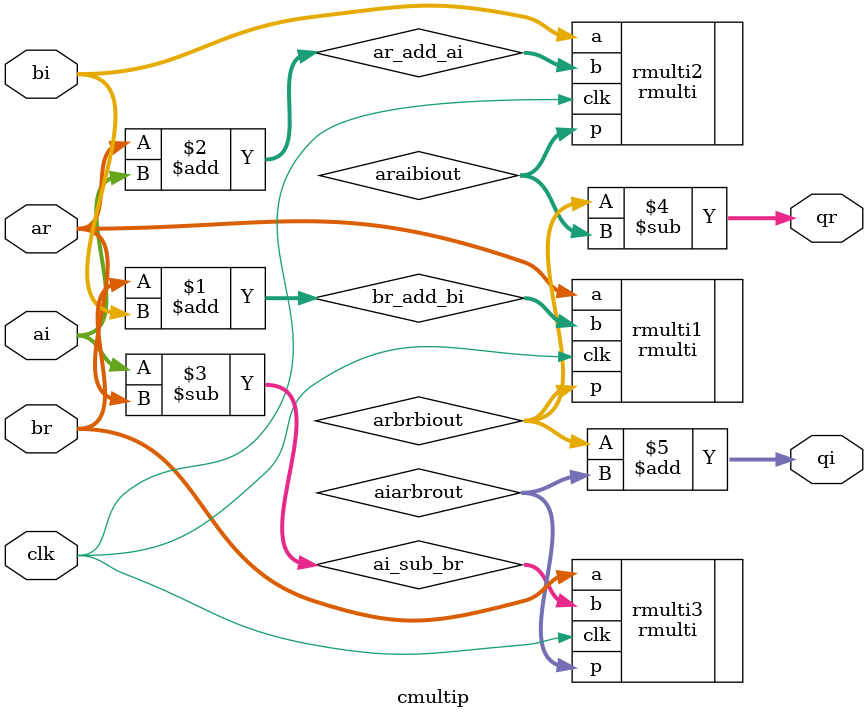
<source format=v>
`timescale 1ns / 1ps
module cmultip(clk, ar, ai, qr, br, bi, qi);
  input clk;
  input [15 : 0] ar;
  input [15 : 0] br;
  output [31 : 0] qr;
  input [15 : 0] ai;
  input [15 : 0] bi;
  output [31 : 0] qi; 
 
  wire [15 : 0] br_add_bi;
  wire [15 : 0] ar_add_ai;
  wire [15 : 0] ai_sub_br;
  
  wire [31 : 0] arbrbiout;
  wire [31 : 0] araibiout;
  wire [31 : 0] aiarbrout;
  
  //Íê³É¼Ó·¨Ô¤´¦Àí
  assign    br_add_bi = br + bi; 
  assign    ar_add_ai = ar + ai;
  assign    ai_sub_br = ai - ar;
  
  //µ÷ÓÃ³Ë·¨Æ÷Ä£¿é
  rmulti rmulti1(.clk(clk), .a(ar), .b(br_add_bi), .p(arbrbiout));
  rmulti rmulti2(.clk(clk), .a(bi), .b(ar_add_ai), .p(araibiout));
  rmulti rmulti3(.clk(clk), .a(br), .b(ai_sub_br), .p(aiarbrout));
  
  assign qr = arbrbiout - araibiout;
  assign qi = arbrbiout + aiarbrout;

endmodule


</source>
